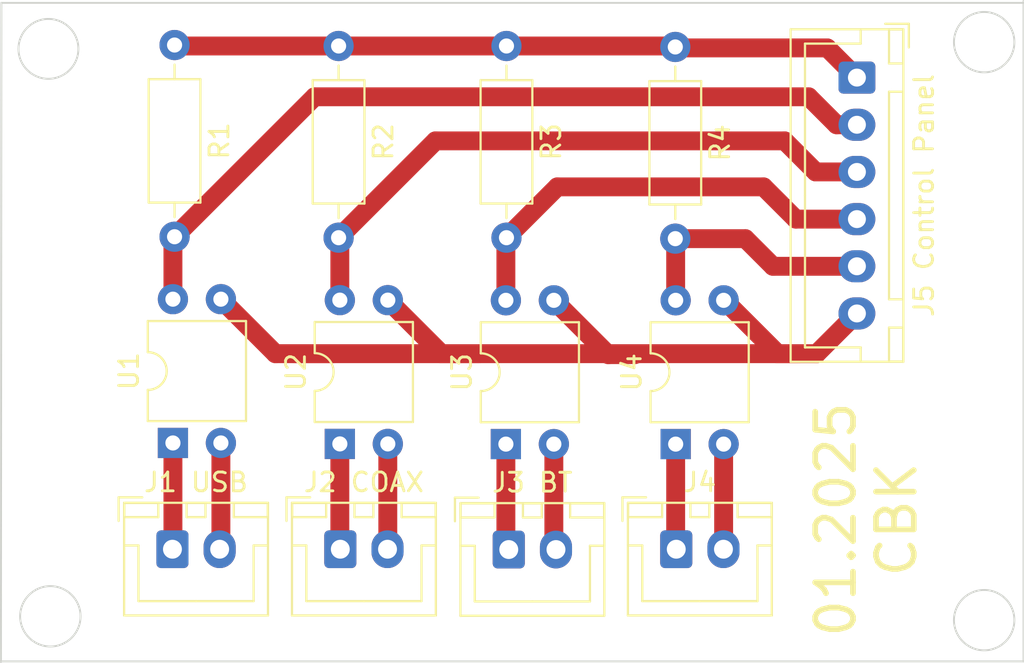
<source format=kicad_pcb>
(kicad_pcb (version 20211014) (generator pcbnew)
  (layers (0 "F.Cu" signal) (31 "B.Cu" signal) (34 "B.Paste" user) (35 "F.Paste" user) (36 "B.SilkS" user "B.Silkscreen") (37 "F.SilkS" user "F.Silkscreen") (38 "B.Mask" user) (39 "F.Mask" user) (44 "Edge.Cuts" user))
  (net 0 "")
  (net 1 "Net-(J1-Pad1)")
  (net 2 "Net-(J2-Pad1)")
  (net 3 "Net-(J3-Pad1)")
  (net 4 "Net-(J4-Pad1)")
  (net 5 "+5V")
  (net 6 "Net-(U1-Pad4)")
  (net 7 "Net-(U2-Pad4)")
  (net 8 "Net-(U3-Pad4)")
  (net 9 "Net-(U4-Pad4)")
  (net 10 "GNDREF")
  (net 11 "Net-(J1-Pad2)")
  (net 12 "Net-(J2-Pad2)")
  (net 13 "Net-(J3-Pad2)")
  (net 14 "Net-(J4-Pad2)")
  (footprint "Resistor_THT:R_Axial_DIN0207_L6.3mm_D2.5mm_P10.16mm_Horizontal" (layer "F.Cu") (at 57.658 43.5356 -90)
    (fp_text reference "R1" (at 5.08 -2.37 90) (layer "F.SilkS"))
    (fp_text value "10K")
    (fp_line (start 1.81 1.37) (end 8.35 1.37) (layer "F.SilkS") (width 0.12))
    (fp_line (start 8.35 -1.37) (end 1.81 -1.37) (layer "F.SilkS") (width 0.12))
    (fp_line (start 1.04 0) (end 1.81 0) (layer "F.SilkS") (width 0.12))
    (fp_line (start 1.81 -1.37) (end 1.81 1.37) (layer "F.SilkS") (width 0.12))
    (fp_line (start 9.12 0) (end 8.35 0) (layer "F.SilkS") (width 0.12))
    (fp_line (start 8.35 1.37) (end 8.35 -1.37) (layer "F.SilkS") (width 0.12))
    (pad "1" thru_hole circle (at 0 0 270) (size 1.6 1.6) (drill 0.8) (layers *.Cu *.Mask) (net 5 "+5V"))
    (pad "2" thru_hole oval (at 10.16 0 270) (size 1.6 1.6) (drill 0.8) (layers *.Cu *.Mask) (net 6 "Net-(U1-Pad4)"))
  )
  (footprint "Package_DIP:DIP-4_W7.62mm" (layer "F.Cu") (at 66.4106 64.6754 90)
    (fp_text reference "U2" (at 3.81 -2.33 90) (layer "F.SilkS"))
    (fp_text value "PC817")
    (fp_line (start 6.46 -1.33) (end 4.81 -1.33) (layer "F.SilkS") (width 0.12))
    (fp_line (start 2.81 -1.33) (end 1.16 -1.33) (layer "F.SilkS") (width 0.12))
    (fp_line (start 1.16 3.87) (end 6.46 3.87) (layer "F.SilkS") (width 0.12))
    (fp_line (start 6.46 3.87) (end 6.46 -1.33) (layer "F.SilkS") (width 0.12))
    (fp_line (start 1.16 -1.33) (end 1.16 3.87) (layer "F.SilkS") (width 0.12))
    (fp_arc (start 4.81 -1.33) (mid 3.81 -0.33) (end 2.81 -1.33) (layer "F.SilkS") (width 0.12))
    (pad "1" thru_hole rect (at 0 0 90) (size 1.6 1.6) (drill 0.8) (layers *.Cu *.Mask) (net 2 "Net-(J2-Pad1)"))
    (pad "2" thru_hole oval (at 0 2.54 90) (size 1.6 1.6) (drill 0.8) (layers *.Cu *.Mask) (net 12 "Net-(J2-Pad2)"))
    (pad "3" thru_hole oval (at 7.62 2.54 90) (size 1.6 1.6) (drill 0.8) (layers *.Cu *.Mask) (net 10 "GNDREF"))
    (pad "4" thru_hole oval (at 7.62 0 90) (size 1.6 1.6) (drill 0.8) (layers *.Cu *.Mask) (net 7 "Net-(U2-Pad4)"))
  )
  (footprint "Connector_JST:JST_XH_B2B-XH-A_1x02_P2.50mm_Vertical" (layer "F.Cu") (at 75.3564 70.2734)
    (fp_text reference "J3 BT" (at 1.25 -3.55) (layer "F.SilkS"))
    (fp_text value "Conn_01x02")
    (fp_line (start 0.75 -2.45) (end 0.75 -1.7) (layer "F.SilkS") (width 0.12))
    (fp_line (start 5.05 -2.45) (end 3.25 -2.45) (layer "F.SilkS") (width 0.12))
    (fp_line (start -1.8 2.75) (end 1.25 2.75) (layer "F.SilkS") (width 0.12))
    (fp_line (start 1.75 -2.45) (end 0.75 -2.45) (layer "F.SilkS") (width 0.12))
    (fp_line (start -2.55 -1.7) (end -0.75 -1.7) (layer "F.SilkS") (width 0.12))
    (fp_line (start 3.25 -1.7) (end 5.05 -1.7) (layer "F.SilkS") (width 0.12))
    (fp_line (start -1.8 -0.2) (end -1.8 2.75) (layer "F.SilkS") (width 0.12))
    (fp_line (start 4.3 2.75) (end 1.25 2.75) (layer "F.SilkS") (width 0.12))
    (fp_line (start -2.55 -0.2) (end -1.8 -0.2) (layer "F.SilkS") (width 0.12))
    (fp_line (start -2.85 -2.75) (end -2.85 -1.5) (layer "F.SilkS") (width 0.12))
    (fp_line (start 1.75 -1.7) (end 1.75 -2.45) (layer "F.SilkS") (width 0.12))
    (fp_line (start 4.3 -0.2) (end 4.3 2.75) (layer "F.SilkS") (width 0.12))
    (fp_line (start 5.06 3.51) (end 5.06 -2.46) (layer "F.SilkS") (width 0.12))
    (fp_line (start -2.55 -2.45) (end -2.55 -1.7) (layer "F.SilkS") (width 0.12))
    (fp_line (start -0.75 -2.45) (end -2.55 -2.45) (layer "F.SilkS") (width 0.12))
    (fp_line (start 5.05 -0.2) (end 4.3 -0.2) (layer "F.SilkS") (width 0.12))
    (fp_line (start 5.05 -1.7) (end 5.05 -2.45) (layer "F.SilkS") (width 0.12))
    (fp_line (start 0.75 -1.7) (end 1.75 -1.7) (layer "F.SilkS") (width 0.12))
    (fp_line (start -1.6 -2.75) (end -2.85 -2.75) (layer "F.SilkS") (width 0.12))
    (fp_line (start -0.75 -1.7) (end -0.75 -2.45) (layer "F.SilkS") (width 0.12))
    (fp_line (start -2.56 3.51) (end 5.06 3.51) (layer "F.SilkS") (width 0.12))
    (fp_line (start 5.06 -2.46) (end -2.56 -2.46) (layer "F.SilkS") (width 0.12))
    (fp_line (start -2.56 -2.46) (end -2.56 3.51) (layer "F.SilkS") (width 0.12))
    (fp_line (start 3.25 -2.45) (end 3.25 -1.7) (layer "F.SilkS") (width 0.12))
    (pad "1" thru_hole roundrect (at 0 0) (size 1.7 2) (drill 1) (layers *.Cu *.Mask) (roundrect_rratio 0.147059) (net 3 "Net-(J3-Pad1)"))
    (pad "2" thru_hole oval (at 2.5 0) (size 1.7 2) (drill 1) (layers *.Cu *.Mask) (net 13 "Net-(J3-Pad2)"))
  )
  (footprint "Package_DIP:DIP-4_W7.62mm" (layer "F.Cu") (at 57.5714 64.6246 90)
    (fp_text reference "U1" (at 3.81 -2.33 90) (layer "F.SilkS"))
    (fp_text value "PC817")
    (fp_line (start 2.81 -1.33) (end 1.16 -1.33) (layer "F.SilkS") (width 0.12))
    (fp_line (start 1.16 3.87) (end 6.46 3.87) (layer "F.SilkS") (width 0.12))
    (fp_line (start 6.46 3.87) (end 6.46 -1.33) (layer "F.SilkS") (width 0.12))
    (fp_line (start 1.16 -1.33) (end 1.16 3.87) (layer "F.SilkS") (width 0.12))
    (fp_line (start 6.46 -1.33) (end 4.81 -1.33) (layer "F.SilkS") (width 0.12))
    (fp_arc (start 4.81 -1.33) (mid 3.81 -0.33) (end 2.81 -1.33) (layer "F.SilkS") (width 0.12))
    (pad "1" thru_hole rect (at 0 0 90) (size 1.6 1.6) (drill 0.8) (layers *.Cu *.Mask) (net 1 "Net-(J1-Pad1)"))
    (pad "2" thru_hole oval (at 0 2.54 90) (size 1.6 1.6) (drill 0.8) (layers *.Cu *.Mask) (net 11 "Net-(J1-Pad2)"))
    (pad "3" thru_hole oval (at 7.62 2.54 90) (size 1.6 1.6) (drill 0.8) (layers *.Cu *.Mask) (net 10 "GNDREF"))
    (pad "4" thru_hole oval (at 7.62 0 90) (size 1.6 1.6) (drill 0.8) (layers *.Cu *.Mask) (net 6 "Net-(U1-Pad4)"))
  )
  (footprint "Resistor_THT:R_Axial_DIN0207_L6.3mm_D2.5mm_P10.16mm_Horizontal" (layer "F.Cu") (at 75.2348 43.5864 -90)
    (fp_text reference "R3" (at 5.08 -2.37 90) (layer "F.SilkS"))
    (fp_text value "10K")
    (fp_line (start 8.35 1.37) (end 8.35 -1.37) (layer "F.SilkS") (width 0.12))
    (fp_line (start 1.81 1.37) (end 8.35 1.37) (layer "F.SilkS") (width 0.12))
    (fp_line (start 1.04 0) (end 1.81 0) (layer "F.SilkS") (width 0.12))
    (fp_line (start 1.81 -1.37) (end 1.81 1.37) (layer "F.SilkS") (width 0.12))
    (fp_line (start 8.35 -1.37) (end 1.81 -1.37) (layer "F.SilkS") (width 0.12))
    (fp_line (start 9.12 0) (end 8.35 0) (layer "F.SilkS") (width 0.12))
    (pad "1" thru_hole circle (at 0 0 270) (size 1.6 1.6) (drill 0.8) (layers *.Cu *.Mask) (net 5 "+5V"))
    (pad "2" thru_hole oval (at 10.16 0 270) (size 1.6 1.6) (drill 0.8) (layers *.Cu *.Mask) (net 8 "Net-(U3-Pad4)"))
  )
  (footprint "Package_DIP:DIP-4_W7.62mm" (layer "F.Cu") (at 75.204 64.6854 90)
    (fp_text reference "U3" (at 3.81 -2.33 90) (layer "F.SilkS"))
    (fp_text value "PC817")
    (fp_line (start 2.81 -1.33) (end 1.16 -1.33) (layer "F.SilkS") (width 0.12))
    (fp_line (start 6.46 -1.33) (end 4.81 -1.33) (layer "F.SilkS") (width 0.12))
    (fp_line (start 1.16 3.87) (end 6.46 3.87) (layer "F.SilkS") (width 0.12))
    (fp_line (start 6.46 3.87) (end 6.46 -1.33) (layer "F.SilkS") (width 0.12))
    (fp_line (start 1.16 -1.33) (end 1.16 3.87) (layer "F.SilkS") (width 0.12))
    (fp_arc (start 4.81 -1.33) (mid 3.81 -0.33) (end 2.81 -1.33) (layer "F.SilkS") (width 0.12))
    (pad "1" thru_hole rect (at 0 0 90) (size 1.6 1.6) (drill 0.8) (layers *.Cu *.Mask) (net 3 "Net-(J3-Pad1)"))
    (pad "2" thru_hole oval (at 0 2.54 90) (size 1.6 1.6) (drill 0.8) (layers *.Cu *.Mask) (net 13 "Net-(J3-Pad2)"))
    (pad "3" thru_hole oval (at 7.62 2.54 90) (size 1.6 1.6) (drill 0.8) (layers *.Cu *.Mask) (net 10 "GNDREF"))
    (pad "4" thru_hole oval (at 7.62 0 90) (size 1.6 1.6) (drill 0.8) (layers *.Cu *.Mask) (net 8 "Net-(U3-Pad4)"))
  )
  (footprint "Resistor_THT:R_Axial_DIN0207_L6.3mm_D2.5mm_P10.16mm_Horizontal" (layer "F.Cu") (at 66.3448 43.5864 -90)
    (fp_text reference "R2" (at 5.08 -2.37 90) (layer "F.SilkS"))
    (fp_text value "10K")
    (fp_line (start 1.04 0) (end 1.81 0) (layer "F.SilkS") (width 0.12))
    (fp_line (start 1.81 -1.37) (end 1.81 1.37) (layer "F.SilkS") (width 0.12))
    (fp_line (start 1.81 1.37) (end 8.35 1.37) (layer "F.SilkS") (width 0.12))
    (fp_line (start 8.35 -1.37) (end 1.81 -1.37) (layer "F.SilkS") (width 0.12))
    (fp_line (start 9.12 0) (end 8.35 0) (layer "F.SilkS") (width 0.12))
    (fp_line (start 8.35 1.37) (end 8.35 -1.37) (layer "F.SilkS") (width 0.12))
    (pad "1" thru_hole circle (at 0 0 270) (size 1.6 1.6) (drill 0.8) (layers *.Cu *.Mask) (net 5 "+5V"))
    (pad "2" thru_hole oval (at 10.16 0 270) (size 1.6 1.6) (drill 0.8) (layers *.Cu *.Mask) (net 7 "Net-(U2-Pad4)"))
  )
  (footprint "Connector_JST:JST_XH_B2B-XH-A_1x02_P2.50mm_Vertical" (layer "F.Cu") (at 66.4356 70.2564)
    (fp_text reference "J2 COAX" (at 1.25 -3.55) (layer "F.SilkS"))
    (fp_text value "Conn_01x02")
    (fp_line (start 5.06 3.51) (end 5.06 -2.46) (layer "F.SilkS") (width 0.12))
    (fp_line (start -0.75 -2.45) (end -2.55 -2.45) (layer "F.SilkS") (width 0.12))
    (fp_line (start 1.75 -2.45) (end 0.75 -2.45) (layer "F.SilkS") (width 0.12))
    (fp_line (start 5.05 -2.45) (end 3.25 -2.45) (layer "F.SilkS") (width 0.12))
    (fp_line (start 3.25 -1.7) (end 5.05 -1.7) (layer "F.SilkS") (width 0.12))
    (fp_line (start -1.8 -0.2) (end -1.8 2.75) (layer "F.SilkS") (width 0.12))
    (fp_line (start -1.8 2.75) (end 1.25 2.75) (layer "F.SilkS") (width 0.12))
    (fp_line (start -2.55 -1.7) (end -0.75 -1.7) (layer "F.SilkS") (width 0.12))
    (fp_line (start 0.75 -2.45) (end 0.75 -1.7) (layer "F.SilkS") (width 0.12))
    (fp_line (start 0.75 -1.7) (end 1.75 -1.7) (layer "F.SilkS") (width 0.12))
    (fp_line (start -1.6 -2.75) (end -2.85 -2.75) (layer "F.SilkS") (width 0.12))
    (fp_line (start 4.3 -0.2) (end 4.3 2.75) (layer "F.SilkS") (width 0.12))
    (fp_line (start -2.55 -2.45) (end -2.55 -1.7) (layer "F.SilkS") (width 0.12))
    (fp_line (start 5.06 -2.46) (end -2.56 -2.46) (layer "F.SilkS") (width 0.12))
    (fp_line (start -0.75 -1.7) (end -0.75 -2.45) (layer "F.SilkS") (width 0.12))
    (fp_line (start -2.55 -0.2) (end -1.8 -0.2) (layer "F.SilkS") (width 0.12))
    (fp_line (start 1.75 -1.7) (end 1.75 -2.45) (layer "F.SilkS") (width 0.12))
    (fp_line (start 3.25 -2.45) (end 3.25 -1.7) (layer "F.SilkS") (width 0.12))
    (fp_line (start -2.56 -2.46) (end -2.56 3.51) (layer "F.SilkS") (width 0.12))
    (fp_line (start -2.85 -2.75) (end -2.85 -1.5) (layer "F.SilkS") (width 0.12))
    (fp_line (start 5.05 -0.2) (end 4.3 -0.2) (layer "F.SilkS") (width 0.12))
    (fp_line (start 4.3 2.75) (end 1.25 2.75) (layer "F.SilkS") (width 0.12))
    (fp_line (start -2.56 3.51) (end 5.06 3.51) (layer "F.SilkS") (width 0.12))
    (fp_line (start 5.05 -1.7) (end 5.05 -2.45) (layer "F.SilkS") (width 0.12))
    (pad "1" thru_hole roundrect (at 0 0) (size 1.7 2) (drill 1) (layers *.Cu *.Mask) (roundrect_rratio 0.147059) (net 2 "Net-(J2-Pad1)"))
    (pad "2" thru_hole oval (at 2.5 0) (size 1.7 2) (drill 1) (layers *.Cu *.Mask) (net 12 "Net-(J2-Pad2)"))
  )
  (footprint "Connector_JST:JST_XH_B2B-XH-A_1x02_P2.50mm_Vertical" (layer "F.Cu") (at 84.2264 70.2564)
    (fp_text reference "J4" (at 1.25 -3.55) (layer "F.SilkS"))
    (fp_text value "Conn_01x02")
    (fp_line (start -1.8 -0.2) (end -1.8 2.75) (layer "F.SilkS") (width 0.12))
    (fp_line (start -1.8 2.75) (end 1.25 2.75) (layer "F.SilkS") (width 0.12))
    (fp_line (start -2.56 -2.46) (end -2.56 3.51) (layer "F.SilkS") (width 0.12))
    (fp_line (start 5.06 3.51) (end 5.06 -2.46) (layer "F.SilkS") (width 0.12))
    (fp_line (start 3.25 -1.7) (end 5.05 -1.7) (layer "F.SilkS") (width 0.12))
    (fp_line (start 0.75 -1.7) (end 1.75 -1.7) (layer "F.SilkS") (width 0.12))
    (fp_line (start 1.75 -2.45) (end 0.75 -2.45) (layer "F.SilkS") (width 0.12))
    (fp_line (start -2.55 -0.2) (end -1.8 -0.2) (layer "F.SilkS") (width 0.12))
    (fp_line (start 3.25 -2.45) (end 3.25 -1.7) (layer "F.SilkS") (width 0.12))
    (fp_line (start 0.75 -2.45) (end 0.75 -1.7) (layer "F.SilkS") (width 0.12))
    (fp_line (start -0.75 -2.45) (end -2.55 -2.45) (layer "F.SilkS") (width 0.12))
    (fp_line (start 4.3 -0.2) (end 4.3 2.75) (layer "F.SilkS") (width 0.12))
    (fp_line (start -2.55 -1.7) (end -0.75 -1.7) (layer "F.SilkS") (width 0.12))
    (fp_line (start -2.85 -2.75) (end -2.85 -1.5) (layer "F.SilkS") (width 0.12))
    (fp_line (start -2.56 3.51) (end 5.06 3.51) (layer "F.SilkS") (width 0.12))
    (fp_line (start 4.3 2.75) (end 1.25 2.75) (layer "F.SilkS") (width 0.12))
    (fp_line (start -2.55 -2.45) (end -2.55 -1.7) (layer "F.SilkS") (width 0.12))
    (fp_line (start -0.75 -1.7) (end -0.75 -2.45) (layer "F.SilkS") (width 0.12))
    (fp_line (start 5.05 -1.7) (end 5.05 -2.45) (layer "F.SilkS") (width 0.12))
    (fp_line (start 5.05 -0.2) (end 4.3 -0.2) (layer "F.SilkS") (width 0.12))
    (fp_line (start -1.6 -2.75) (end -2.85 -2.75) (layer "F.SilkS") (width 0.12))
    (fp_line (start 1.75 -1.7) (end 1.75 -2.45) (layer "F.SilkS") (width 0.12))
    (fp_line (start 5.05 -2.45) (end 3.25 -2.45) (layer "F.SilkS") (width 0.12))
    (fp_line (start 5.06 -2.46) (end -2.56 -2.46) (layer "F.SilkS") (width 0.12))
    (pad "1" thru_hole roundrect (at 0 0) (size 1.7 2) (drill 1) (layers *.Cu *.Mask) (roundrect_rratio 0.147059) (net 4 "Net-(J4-Pad1)"))
    (pad "2" thru_hole oval (at 2.5 0) (size 1.7 2) (drill 1) (layers *.Cu *.Mask) (net 14 "Net-(J4-Pad2)"))
  )
  (footprint "Package_DIP:DIP-4_W7.62mm" (layer "F.Cu") (at 84.1956 64.6854 90)
    (fp_text reference "U4" (at 3.81 -2.33 90) (layer "F.SilkS"))
    (fp_text value "PC817")
    (fp_line (start 6.46 3.87) (end 6.46 -1.33) (layer "F.SilkS") (width 0.12))
    (fp_line (start 6.46 -1.33) (end 4.81 -1.33) (layer "F.SilkS") (width 0.12))
    (fp_line (start 1.16 3.87) (end 6.46 3.87) (layer "F.SilkS") (width 0.12))
    (fp_line (start 2.81 -1.33) (end 1.16 -1.33) (layer "F.SilkS") (width 0.12))
    (fp_line (start 1.16 -1.33) (end 1.16 3.87) (layer "F.SilkS") (width 0.12))
    (fp_arc (start 4.81 -1.33) (mid 3.81 -0.33) (end 2.81 -1.33) (layer "F.SilkS") (width 0.12))
    (pad "1" thru_hole rect (at 0 0 90) (size 1.6 1.6) (drill 0.8) (layers *.Cu *.Mask) (net 4 "Net-(J4-Pad1)"))
    (pad "2" thru_hole oval (at 0 2.54 90) (size 1.6 1.6) (drill 0.8) (layers *.Cu *.Mask) (net 14 "Net-(J4-Pad2)"))
    (pad "3" thru_hole oval (at 7.62 2.54 90) (size 1.6 1.6) (drill 0.8) (layers *.Cu *.Mask) (net 10 "GNDREF"))
    (pad "4" thru_hole oval (at 7.62 0 90) (size 1.6 1.6) (drill 0.8) (layers *.Cu *.Mask) (net 9 "Net-(U4-Pad4)"))
  )
  (footprint "Connector_JST:JST_XH_B2B-XH-A_1x02_P2.50mm_Vertical" (layer "F.Cu") (at 57.5456 70.2564)
    (fp_text reference "J1 USB" (at 1.25 -3.55) (layer "F.SilkS"))
    (fp_text value "Conn_01x02")
    (fp_line (start -1.8 -0.2) (end -1.8 2.75) (layer "F.SilkS") (width 0.12))
    (fp_line (start -2.55 -0.2) (end -1.8 -0.2) (layer "F.SilkS") (width 0.12))
    (fp_line (start 3.25 -2.45) (end 3.25 -1.7) (layer "F.SilkS") (width 0.12))
    (fp_line (start -2.55 -1.7) (end -0.75 -1.7) (layer "F.SilkS") (width 0.12))
    (fp_line (start -2.55 -2.45) (end -2.55 -1.7) (layer "F.SilkS") (width 0.12))
    (fp_line (start -2.56 3.51) (end 5.06 3.51) (layer "F.SilkS") (width 0.12))
    (fp_line (start 0.75 -1.7) (end 1.75 -1.7) (layer "F.SilkS") (width 0.12))
    (fp_line (start 5.05 -2.45) (end 3.25 -2.45) (layer "F.SilkS") (width 0.12))
    (fp_line (start -0.75 -2.45) (end -2.55 -2.45) (layer "F.SilkS") (width 0.12))
    (fp_line (start 0.75 -2.45) (end 0.75 -1.7) (layer "F.SilkS") (width 0.12))
    (fp_line (start 5.05 -0.2) (end 4.3 -0.2) (layer "F.SilkS") (width 0.12))
    (fp_line (start -0.75 -1.7) (end -0.75 -2.45) (layer "F.SilkS") (width 0.12))
    (fp_line (start -2.56 -2.46) (end -2.56 3.51) (layer "F.SilkS") (width 0.12))
    (fp_line (start -2.85 -2.75) (end -2.85 -1.5) (layer "F.SilkS") (width 0.12))
    (fp_line (start -1.6 -2.75) (end -2.85 -2.75) (layer "F.SilkS") (width 0.12))
    (fp_line (start 4.3 -0.2) (end 4.3 2.75) (layer "F.SilkS") (width 0.12))
    (fp_line (start 1.75 -2.45) (end 0.75 -2.45) (layer "F.SilkS") (width 0.12))
    (fp_line (start 3.25 -1.7) (end 5.05 -1.7) (layer "F.SilkS") (width 0.12))
    (fp_line (start 5.06 -2.46) (end -2.56 -2.46) (layer "F.SilkS") (width 0.12))
    (fp_line (start 5.05 -1.7) (end 5.05 -2.45) (layer "F.SilkS") (width 0.12))
    (fp_line (start -1.8 2.75) (end 1.25 2.75) (layer "F.SilkS") (width 0.12))
    (fp_line (start 1.75 -1.7) (end 1.75 -2.45) (layer "F.SilkS") (width 0.12))
    (fp_line (start 4.3 2.75) (end 1.25 2.75) (layer "F.SilkS") (width 0.12))
    (fp_line (start 5.06 3.51) (end 5.06 -2.46) (layer "F.SilkS") (width 0.12))
    (pad "1" thru_hole roundrect (at 0 0) (size 1.7 2) (drill 1) (layers *.Cu *.Mask) (roundrect_rratio 0.147059) (net 1 "Net-(J1-Pad1)"))
    (pad "2" thru_hole oval (at 2.5 0) (size 1.7 2) (drill 1) (layers *.Cu *.Mask) (net 11 "Net-(J1-Pad2)"))
  )
  (footprint "Resistor_THT:R_Axial_DIN0207_L6.3mm_D2.5mm_P10.16mm_Horizontal" (layer "F.Cu") (at 84.1756 43.6372 -90)
    (fp_text reference "R4" (at 5.08 -2.37 90) (layer "F.SilkS"))
    (fp_text value "10K")
    (fp_line (start 9.12 0) (end 8.35 0) (layer "F.SilkS") (width 0.12))
    (fp_line (start 8.35 -1.37) (end 1.81 -1.37) (layer "F.SilkS") (width 0.12))
    (fp_line (start 1.81 -1.37) (end 1.81 1.37) (layer "F.SilkS") (width 0.12))
    (fp_line (start 1.04 0) (end 1.81 0) (layer "F.SilkS") (width 0.12))
    (fp_line (start 1.81 1.37) (end 8.35 1.37) (layer "F.SilkS") (width 0.12))
    (fp_line (start 8.35 1.37) (end 8.35 -1.37) (layer "F.SilkS") (width 0.12))
    (pad "1" thru_hole circle (at 0 0 270) (size 1.6 1.6) (drill 0.8) (layers *.Cu *.Mask) (net 5 "+5V"))
    (pad "2" thru_hole oval (at 10.16 0 270) (size 1.6 1.6) (drill 0.8) (layers *.Cu *.Mask) (net 9 "Net-(U4-Pad4)"))
  )
  (footprint "Connector_JST:JST_XH_B6B-XH-A_1x06_P2.50mm_Vertical" (layer "F.Cu") (at 93.7938 45.2612 -90)
    (fp_text reference "J5 Control Panel" (at 6.25 -3.55 90) (layer "F.SilkS"))
    (fp_text value "Conn_01x06")
    (fp_line (start -2.55 -1.7) (end -0.75 -1.7) (layer "F.SilkS") (width 0.12))
    (fp_line (start 13.25 -2.45) (end 13.25 -1.7) (layer "F.SilkS") (width 0.12))
    (fp_line (start -1.6 -2.75) (end -2.85 -2.75) (layer "F.SilkS") (width 0.12))
    (fp_line (start 0.75 -2.45) (end 0.75 -1.7) (layer "F.SilkS") (width 0.12))
    (fp_line (start -2.55 -2.45) (end -2.55 -1.7) (layer "F.SilkS") (width 0.12))
    (fp_line (start -2.56 3.51) (end 15.06 3.51) (layer "F.SilkS") (width 0.12))
    (fp_line (start 15.05 -2.45) (end 13.25 -2.45) (layer "F.SilkS") (width 0.12))
    (fp_line (start -1.8 2.75) (end 6.25 2.75) (layer "F.SilkS") (width 0.12))
    (fp_line (start -0.75 -2.45) (end -2.55 -2.45) (layer "F.SilkS") (width 0.12))
    (fp_line (start -1.8 -0.2) (end -1.8 2.75) (layer "F.SilkS") (width 0.12))
    (fp_line (start -2.85 -2.75) (end -2.85 -1.5) (layer "F.SilkS") (width 0.12))
    (fp_line (start 14.3 2.75) (end 6.25 2.75) (layer "F.SilkS") (width 0.12))
    (fp_line (start 14.3 -0.2) (end 14.3 2.75) (layer "F.SilkS") (width 0.12))
    (fp_line (start 15.06 -2.46) (end -2.56 -2.46) (layer "F.SilkS") (width 0.12))
    (fp_line (start 11.75 -2.45) (end 0.75 -2.45) (layer "F.SilkS") (width 0.12))
    (fp_line (start 15.05 -0.2) (end 14.3 -0.2) (layer "F.SilkS") (width 0.12))
    (fp_line (start -0.75 -1.7) (end -0.75 -2.45) (layer "F.SilkS") (width 0.12))
    (fp_line (start 13.25 -1.7) (end 15.05 -1.7) (layer "F.SilkS") (width 0.12))
    (fp_line (start -2.55 -0.2) (end -1.8 -0.2) (layer "F.SilkS") (width 0.12))
    (fp_line (start 15.06 3.51) (end 15.06 -2.46) (layer "F.SilkS") (width 0.12))
    (fp_line (start -2.56 -2.46) (end -2.56 3.51) (layer "F.SilkS") (width 0.12))
    (fp_line (start 15.05 -1.7) (end 15.05 -2.45) (layer "F.SilkS") (width 0.12))
    (fp_line (start 0.75 -1.7) (end 11.75 -1.7) (layer "F.SilkS") (width 0.12))
    (fp_line (start 11.75 -1.7) (end 11.75 -2.45) (layer "F.SilkS") (width 0.12))
    (pad "1" thru_hole roundrect (at 0 0 270) (size 1.7 1.95) (drill 0.95) (layers *.Cu *.Mask) (roundrect_rratio 0.147059) (net 5 "+5V"))
    (pad "2" thru_hole oval (at 2.5 0 270) (size 1.7 1.95) (drill 0.95) (layers *.Cu *.Mask) (net 6 "Net-(U1-Pad4)"))
    (pad "3" thru_hole oval (at 5 0 270) (size 1.7 1.95) (drill 0.95) (layers *.Cu *.Mask) (net 7 "Net-(U2-Pad4)"))
    (pad "4" thru_hole oval (at 7.5 0 270) (size 1.7 1.95) (drill 0.95) (layers *.Cu *.Mask) (net 8 "Net-(U3-Pad4)"))
    (pad "5" thru_hole oval (at 10 0 270) (size 1.7 1.95) (drill 0.95) (layers *.Cu *.Mask) (net 9 "Net-(U4-Pad4)"))
    (pad "6" thru_hole oval (at 12.5 0 270) (size 1.7 1.95) (drill 0.95) (layers *.Cu *.Mask) (net 10 "GNDREF"))
  )
  (gr_line (start 102.616 76.2) (end 48.514 76.2) (layer "Edge.Cuts") (width 0.1))
  (gr_circle (center 50.978 43.7388) (end 51.994 44.958) (layer "Edge.Cuts") (width 0.1) (fill none))
  (gr_line (start 48.4632 76.2508) (end 48.4888 41.3004) (layer "Edge.Cuts") (width 0.1))
  (gr_circle (center 100.5332 74.0156) (end 102.1332 74.0156) (layer "Edge.Cuts") (width 0.1) (fill none))
  (gr_circle (center 100.5332 43.3832) (end 102.1332 43.3832) (layer "Edge.Cuts") (width 0.1) (fill none))
  (gr_line (start 102.616 41.1988) (end 102.616 76.2) (layer "Edge.Cuts") (width 0.1))
  (gr_circle (center 51.0796 73.8124) (end 52.6796 73.8124) (layer "Edge.Cuts") (width 0.1) (fill none))
  (gr_line (start 48.4888 41.3004) (end 102.616 41.3004) (layer "Edge.Cuts") (width 0.1))
  (gr_text "01.2025\nСВК" (at 94.2848 68.6816 90) (layer "F.SilkS") (effects (font (size 2 2) (thickness 0.3))))
  (segment (start 57.5714 64.6246) (end 57.5714 70.2306) (width 1) (layer "F.Cu") (net 1))
  (segment (start 57.5714 70.2306) (end 57.5456 70.2564) (width 1) (layer "F.Cu") (net 1))
  (segment (start 66.4106 70.2314) (end 66.4356 70.2564) (width 1) (layer "F.Cu") (net 2))
  (segment (start 66.4106 64.6754) (end 66.4106 70.2314) (width 1) (layer "F.Cu") (net 2))
  (segment (start 75.204 70.121) (end 75.3564 70.2734) (width 1) (layer "F.Cu") (net 3))
  (segment (start 75.204 64.6854) (end 75.204 70.121) (width 1) (layer "F.Cu") (net 3))
  (segment (start 84.1956 64.6854) (end 84.1956 70.2256) (width 1) (layer "F.Cu") (net 4))
  (segment (start 84.1956 70.2256) (end 84.2264 70.2564) (width 1) (layer "F.Cu") (net 4))
  (segment (start 57.658 43.5356) (end 57.7088 43.5864) (width 1) (layer "F.Cu") (net 5))
  (segment (start 84.6328 43.688) (end 92.2206 43.688) (width 1) (layer "F.Cu") (net 5))
  (segment (start 84.5312 43.5864) (end 84.6328 43.688) (width 1) (layer "F.Cu") (net 5))
  (segment (start 92.2206 43.688) (end 93.7938 45.2612) (width 1) (layer "F.Cu") (net 5))
  (segment (start 57.7088 43.5864) (end 84.5312 43.5864) (width 1) (layer "F.Cu") (net 5))
  (segment (start 92.7192 47.7612) (end 93.7938 47.7612) (width 1) (layer "F.Cu") (net 6))
  (segment (start 57.5714 53.7822) (end 57.658 53.6956) (width 1) (layer "F.Cu") (net 6))
  (segment (start 57.658 53.6956) (end 65.0748 46.2788) (width 1) (layer "F.Cu") (net 6))
  (segment (start 91.2368 46.2788) (end 92.7192 47.7612) (width 1) (layer "F.Cu") (net 6))
  (segment (start 57.5714 57.0046) (end 57.5714 53.7822) (width 1) (layer "F.Cu") (net 6))
  (segment (start 65.0748 46.2788) (end 91.2368 46.2788) (width 1) (layer "F.Cu") (net 6))
  (segment (start 66.3448 53.7464) (end 71.4756 48.6156) (width 1) (layer "F.Cu") (net 7))
  (segment (start 66.4106 53.8122) (end 66.3448 53.7464) (width 1) (layer "F.Cu") (net 7))
  (segment (start 91.6124 50.2612) (end 93.7938 50.2612) (width 1) (layer "F.Cu") (net 7))
  (segment (start 71.4756 48.6156) (end 89.9668 48.6156) (width 1) (layer "F.Cu") (net 7))
  (segment (start 89.9668 48.6156) (end 91.6124 50.2612) (width 1) (layer "F.Cu") (net 7))
  (segment (start 66.4106 57.0554) (end 66.4106 53.8122) (width 1) (layer "F.Cu") (net 7))
  (segment (start 75.204 53.7772) (end 75.2348 53.7464) (width 1) (layer "F.Cu") (net 8))
  (segment (start 75.2348 53.7464) (end 77.9272 51.054) (width 1) (layer "F.Cu") (net 8))
  (segment (start 75.204 57.0654) (end 75.204 53.7772) (width 1) (layer "F.Cu") (net 8))
  (segment (start 90.5564 52.7612) (end 93.7938 52.7612) (width 1) (layer "F.Cu") (net 8))
  (segment (start 77.9272 51.054) (end 88.8492 51.054) (width 1) (layer "F.Cu") (net 8))
  (segment (start 88.8492 51.054) (end 90.5564 52.7612) (width 1) (layer "F.Cu") (net 8))
  (segment (start 84.1956 57.0654) (end 84.1956 53.8172) (width 1) (layer "F.Cu") (net 9))
  (segment (start 89.348 55.2612) (end 93.7938 55.2612) (width 1) (layer "F.Cu") (net 9))
  (segment (start 84.1956 53.8172) (end 84.1756 53.7972) (width 1) (layer "F.Cu") (net 9))
  (segment (start 87.884 53.7972) (end 89.348 55.2612) (width 1) (layer "F.Cu") (net 9))
  (segment (start 84.1756 53.7972) (end 87.884 53.7972) (width 1) (layer "F.Cu") (net 9))
  (segment (start 89.6112 59.8932) (end 91.6618 59.8932) (width 1) (layer "F.Cu") (net 10))
  (segment (start 89.5972 59.8932) (end 90.678 59.8932) (width 1) (layer "F.Cu") (net 10))
  (segment (start 91.6618 59.8932) (end 93.7938 57.7612) (width 1) (layer "F.Cu") (net 10))
  (segment (start 63 59.8932) (end 66.04 59.8932) (width 1) (layer "F.Cu") (net 10))
  (segment (start 68.9506 57.0554) (end 71.7884 59.8932) (width 1) (layer "F.Cu") (net 10))
  (segment (start 60.1114 57.0046) (end 63 59.8932) (width 1) (layer "F.Cu") (net 10))
  (segment (start 80.6226 59.944) (end 82.042 59.944) (width 1) (layer "F.Cu") (net 10))
  (segment (start 64.0584 59.8932) (end 73.7532 59.8932) (width 1) (layer "F.Cu") (net 10))
  (segment (start 71.7884 59.8932) (end 73.66 59.8932) (width 1) (layer "F.Cu") (net 10))
  (segment (start 86.7694 57.0654) (end 89.5972 59.8932) (width 1) (layer "F.Cu") (net 10))
  (segment (start 82.0674 59.8932) (end 90.551 59.8932) (width 1) (layer "F.Cu") (net 10))
  (segment (start 73.7532 59.8932) (end 82.0336 59.8932) (width 1) (layer "F.Cu") (net 10))
  (segment (start 77.744 57.0654) (end 80.6226 59.944) (width 1) (layer "F.Cu") (net 10))
  (segment (start 60.1114 64.6246) (end 60.1114 70.1906) (width 1) (layer "F.Cu") (net 11))
  (segment (start 60.1114 70.1906) (end 60.0456 70.2564) (width 1) (layer "F.Cu") (net 11))
  (segment (start 68.9506 64.6754) (end 68.9506 70.2414) (width 1) (layer "F.Cu") (net 12))
  (segment (start 68.9506 70.2414) (end 68.9356 70.2564) (width 1) (layer "F.Cu") (net 12))
  (segment (start 77.744 70.161) (end 77.8564 70.2734) (width 1) (layer "F.Cu") (net 13))
  (segment (start 77.744 64.6854) (end 77.744 70.161) (width 1) (layer "F.Cu") (net 13))
  (segment (start 86.7356 70.124) (end 86.7664 70.1548) (width 1) (layer "F.Cu") (net 14))
  (segment (start 86.7356 64.6854) (end 86.7356 70.124) (width 1) (layer "F.Cu") (net 14))
)
</source>
